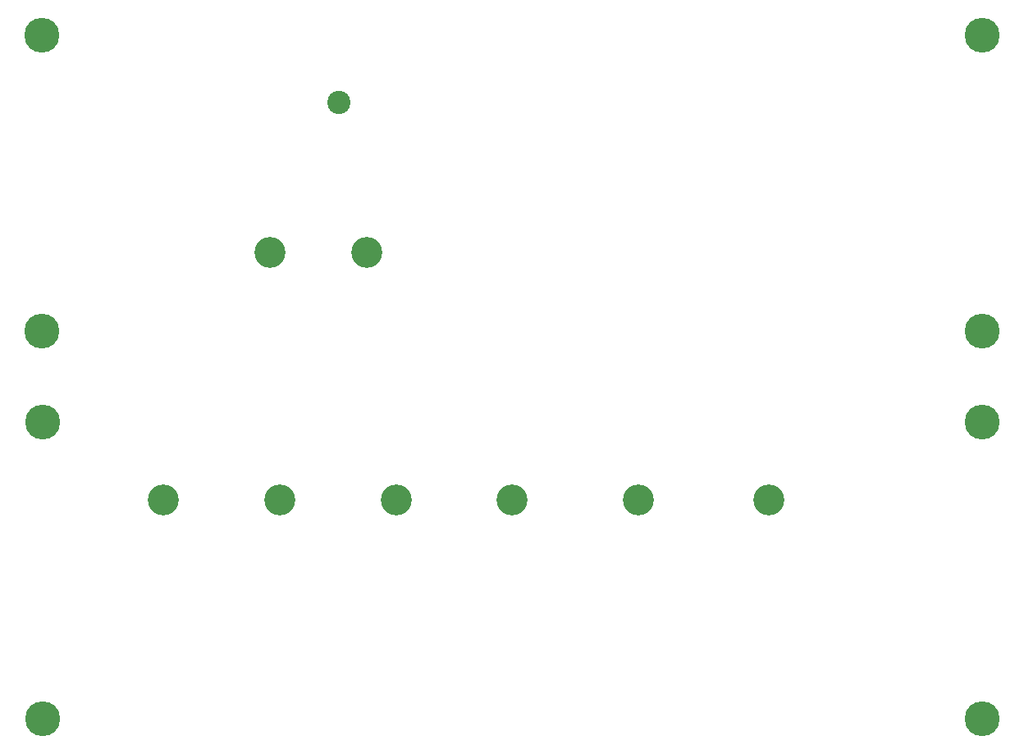
<source format=gts>
%MOIN*%
%OFA0B0*%
%FSLAX46Y46*%
%IPPOS*%
%LPD*%
%ADD10C,0.12598425196850396*%
%ADD11C,0.14173228346456693*%
%ADD22C,0.12598425196850396*%
%ADD23C,0.094488188976377951*%
%ADD24C,0.14173228346456693*%
%LPD*%
G01*
D10*
X0000000000Y0000000000D02*
X0003112249Y0001033216D03*
X0002580753Y0001033216D03*
X0002068942Y0001033216D03*
X0001596501Y0001033216D03*
X0001124060Y0001033216D03*
X0000651619Y0001033216D03*
D11*
X0000159493Y0000145421D03*
X0003978390Y0000145421D03*
X0003978390Y0001350146D03*
X0000159493Y0001350146D03*
G04 next file*
%LPD*%
G04 Gerber Fmt 4.6, Leading zero omitted, Abs format (unit mm)*
G04 Created by KiCad (PCBNEW (5.1.6-0-10_14)) date 2020-09-02 21:54:56*
G01*
G04 APERTURE LIST*
G04 APERTURE END LIST*
D22*
X0000000000Y0001574803D02*
X0001476377Y0002041338D03*
X0001082677Y0002041338D03*
D23*
X0001362559Y0002652047D03*
D24*
X0003976377Y0002925196D03*
X0003976377Y0001720472D03*
X0000157480Y0001720472D03*
X0000157480Y0002925196D03*
M02*
</source>
